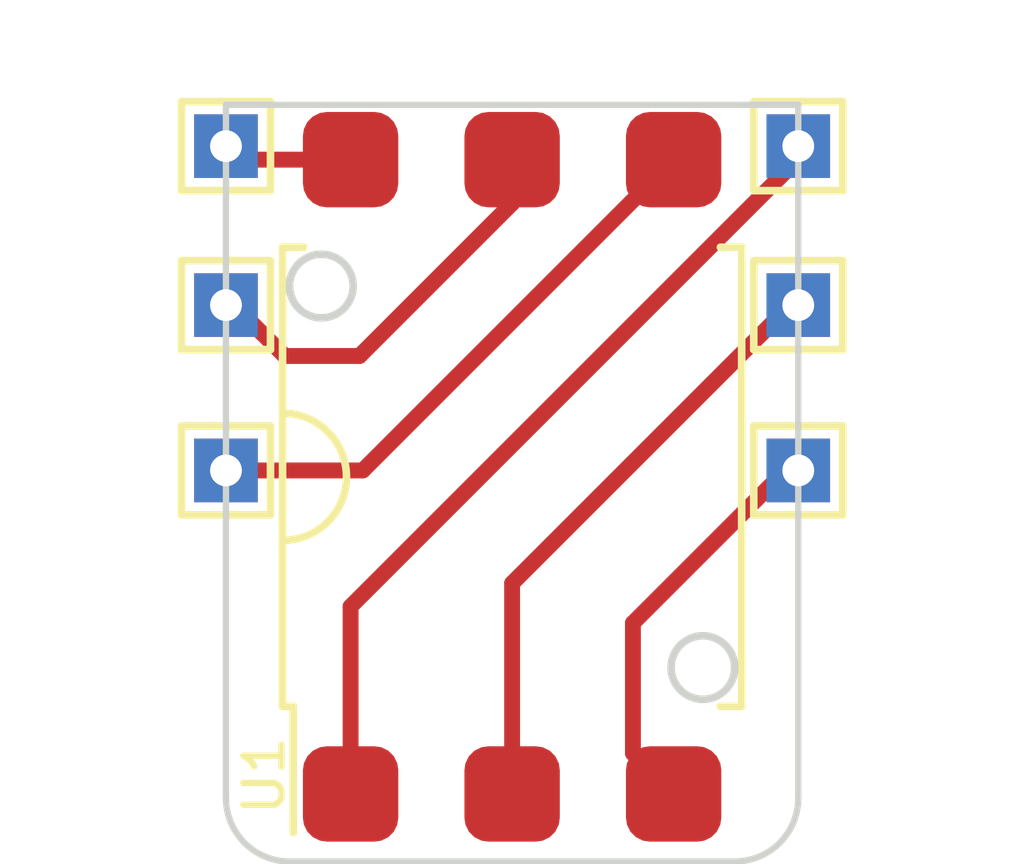
<source format=kicad_pcb>
(kicad_pcb (version 20221018) (generator pcbnew)
  (layers (0 "F.Cu" signal) (31 "B.Cu" signal) (34 "B.Paste" user) (35 "F.Paste" user) (36 "B.SilkS" user "B.Silkscreen") (37 "F.SilkS" user "F.Silkscreen") (38 "B.Mask" user) (39 "F.Mask" user) (44 "Edge.Cuts" user))
  (net 0 "")
  (net 1 "Net-(TP2-Pad1)")
  (net 2 "Net-(TP3-Pad1)")
  (net 3 "Net-(TP1-Pad1)")
  (net 4 "Net-(TP4-Pad1)")
  (net 5 "Net-(TP5-Pad1)")
  (net 6 "Net-(TP6-Pad1)")
  (footprint "TestPoint:TestPoint_THTPad_1.0x1.0mm_Drill0.5mm" (layer "F.Cu") (at 128.5 74.7)
    (fp_text reference "TP3" hide)
    (fp_text value "TestPoint")
    (fp_line (start -0.7 -0.7) (end 0.7 -0.7) (stroke (width 0.12)) (layer "F.SilkS"))
    (fp_line (start -0.7 0.7) (end -0.7 -0.7) (stroke (width 0.12)) (layer "F.SilkS"))
    (fp_line (start 0.7 -0.7) (end 0.7 0.7) (stroke (width 0.12)) (layer "F.SilkS"))
    (fp_line (start 0.7 0.7) (end -0.7 0.7) (stroke (width 0.12)) (layer "F.SilkS"))
    (pad "1" thru_hole rect (at 0 0) (size 1 1) (drill 0.5) (layers "*.Cu" "*.Mask") (net 2 "Net-(TP3-Pad1)"))
  )
  (footprint "TestPoint:TestPoint_THTPad_1.0x1.0mm_Drill0.5mm" (layer "F.Cu") (at 119.5 74.7)
    (fp_text reference "TP5" hide)
    (fp_text value "TestPoint")
    (fp_line (start -0.7 -0.7) (end 0.7 -0.7) (stroke (width 0.12)) (layer "F.SilkS"))
    (fp_line (start -0.7 0.7) (end -0.7 -0.7) (stroke (width 0.12)) (layer "F.SilkS"))
    (fp_line (start 0.7 -0.7) (end 0.7 0.7) (stroke (width 0.12)) (layer "F.SilkS"))
    (fp_line (start 0.7 0.7) (end -0.7 0.7) (stroke (width 0.12)) (layer "F.SilkS"))
    (pad "1" thru_hole rect (at 0 0) (size 1 1) (drill 0.5) (layers "*.Cu" "*.Mask") (net 5 "Net-(TP5-Pad1)"))
  )
  (footprint "TestPoint:TestPoint_THTPad_1.0x1.0mm_Drill0.5mm" (layer "F.Cu") (at 128.5 72.2)
    (fp_text reference "TP1" hide)
    (fp_text value "TestPoint")
    (fp_line (start -0.7 -0.7) (end 0.7 -0.7) (stroke (width 0.12)) (layer "F.SilkS"))
    (fp_line (start -0.7 0.7) (end -0.7 -0.7) (stroke (width 0.12)) (layer "F.SilkS"))
    (fp_line (start 0.7 -0.7) (end 0.7 0.7) (stroke (width 0.12)) (layer "F.SilkS"))
    (fp_line (start 0.7 0.7) (end -0.7 0.7) (stroke (width 0.12)) (layer "F.SilkS"))
    (pad "1" thru_hole rect (at 0 0) (size 1 1) (drill 0.5) (layers "*.Cu" "*.Mask") (net 3 "Net-(TP1-Pad1)"))
  )
  (footprint "TestPoint:TestPoint_THTPad_1.0x1.0mm_Drill0.5mm" (layer "F.Cu") (at 119.5 72.2)
    (fp_text reference "TP4" hide)
    (fp_text value "TestPoint")
    (fp_line (start -0.7 -0.7) (end 0.7 -0.7) (stroke (width 0.12)) (layer "F.SilkS"))
    (fp_line (start -0.7 0.7) (end -0.7 -0.7) (stroke (width 0.12)) (layer "F.SilkS"))
    (fp_line (start 0.7 -0.7) (end 0.7 0.7) (stroke (width 0.12)) (layer "F.SilkS"))
    (fp_line (start 0.7 0.7) (end -0.7 0.7) (stroke (width 0.12)) (layer "F.SilkS"))
    (pad "1" thru_hole rect (at 0 0) (size 1 1) (drill 0.5) (layers "*.Cu" "*.Mask") (net 4 "Net-(TP4-Pad1)"))
  )
  (footprint "index:SO-6_7x7mm_P2.54mm" (layer "F.Cu") (at 124 77.4 90)
    (fp_text reference "U1" (at -4.7 -3.9 90) (layer "F.SilkS") (effects (font (size 0.6 0.6) (thickness 0.1))))
    (fp_text value "XGZP")
    (fp_line (start -3.61 -3.61) (end -3.61 -3.4425) (stroke (width 0.12)) (layer "F.SilkS"))
    (fp_line (start -3.61 -3.4425) (end -5.6 -3.4425) (stroke (width 0.12)) (layer "F.SilkS"))
    (fp_line (start -3.61 3.61) (end -3.61 3.275) (stroke (width 0.12)) (layer "F.SilkS"))
    (fp_line (start 0 -3.61) (end -3.61 -3.61) (stroke (width 0.12)) (layer "F.SilkS"))
    (fp_line (start 0 -3.61) (end 3.61 -3.61) (stroke (width 0.12)) (layer "F.SilkS"))
    (fp_line (start 0 3.61) (end -3.61 3.61) (stroke (width 0.12)) (layer "F.SilkS"))
    (fp_line (start 0 3.61) (end 3.61 3.61) (stroke (width 0.12)) (layer "F.SilkS"))
    (fp_line (start 3.61 -3.61) (end 3.61 -3.275) (stroke (width 0.12)) (layer "F.SilkS"))
    (fp_line (start 3.61 3.61) (end 3.61 3.275) (stroke (width 0.12)) (layer "F.SilkS"))
    (fp_arc (start 1 -3.61) (mid 0.005 -2.610015) (end -0.99995 -3.6) (stroke (width 0.12)) (layer "F.SilkS"))
    (fp_circle (center -3 3) (end -2.5 3) (stroke (width 0.12)) (fill none) (layer "Edge.Cuts"))
    (fp_circle (center 3 -3) (end 3.5 -3) (stroke (width 0.12)) (fill none) (layer "Edge.Cuts"))
    (pad "1" smd roundrect (at 4.9875 -2.54 90) (size 1.5 1.5) (layers "F.Cu" "F.Paste" "F.Mask") (net 4 "Net-(TP4-Pad1)"))
    (pad "2" smd roundrect (at 4.9875 0 90) (size 1.5 1.5) (layers "F.Cu" "F.Paste" "F.Mask") (net 5 "Net-(TP5-Pad1)"))
    (pad "3" smd roundrect (at 4.9875 2.54 90) (size 1.5 1.5) (layers "F.Cu" "F.Paste" "F.Mask") (net 6 "Net-(TP6-Pad1)"))
    (pad "4" smd roundrect (at -4.9875 2.54 90) (size 1.5 1.5) (layers "F.Cu" "F.Paste" "F.Mask") (net 1 "Net-(TP2-Pad1)"))
    (pad "5" smd roundrect (at -4.9875 0 90) (size 1.5 1.5) (layers "F.Cu" "F.Paste" "F.Mask") (net 2 "Net-(TP3-Pad1)"))
    (pad "6" smd roundrect (at -4.9875 -2.54 90) (size 1.5 1.5) (layers "F.Cu" "F.Paste" "F.Mask") (net 3 "Net-(TP1-Pad1)"))
  )
  (footprint "TestPoint:TestPoint_THTPad_1.0x1.0mm_Drill0.5mm" (layer "F.Cu") (at 119.5 77.3)
    (fp_text reference "TP6" hide)
    (fp_text value "TestPoint")
    (fp_line (start -0.7 -0.7) (end 0.7 -0.7) (stroke (width 0.12)) (layer "F.SilkS"))
    (fp_line (start -0.7 0.7) (end -0.7 -0.7) (stroke (width 0.12)) (layer "F.SilkS"))
    (fp_line (start 0.7 -0.7) (end 0.7 0.7) (stroke (width 0.12)) (layer "F.SilkS"))
    (fp_line (start 0.7 0.7) (end -0.7 0.7) (stroke (width 0.12)) (layer "F.SilkS"))
    (pad "1" thru_hole rect (at 0 0) (size 1 1) (drill 0.5) (layers "*.Cu" "*.Mask") (net 6 "Net-(TP6-Pad1)"))
  )
  (footprint "TestPoint:TestPoint_THTPad_1.0x1.0mm_Drill0.5mm" (layer "F.Cu") (at 128.5 77.3)
    (fp_text reference "TP2" hide)
    (fp_text value "TestPoint")
    (fp_line (start -0.7 -0.7) (end 0.7 -0.7) (stroke (width 0.12)) (layer "F.SilkS"))
    (fp_line (start -0.7 0.7) (end -0.7 -0.7) (stroke (width 0.12)) (layer "F.SilkS"))
    (fp_line (start 0.7 -0.7) (end 0.7 0.7) (stroke (width 0.12)) (layer "F.SilkS"))
    (fp_line (start 0.7 0.7) (end -0.7 0.7) (stroke (width 0.12)) (layer "F.SilkS"))
    (pad "1" thru_hole rect (at 0 0) (size 1 1) (drill 0.5) (layers "*.Cu" "*.Mask") (net 1 "Net-(TP2-Pad1)"))
  )
  (gr_line (start 119.5 71.55) (end 119.5 82.45) (stroke (width 0.1)) (layer "Edge.Cuts"))
  (gr_line (start 128.5 71.55) (end 119.5 71.55) (stroke (width 0.1)) (layer "Edge.Cuts"))
  (gr_line (start 120.5 83.45) (end 127.5 83.45) (stroke (width 0.1)) (layer "Edge.Cuts"))
  (gr_line (start 128.5 82.45) (end 128.5 71.55) (stroke (width 0.1)) (layer "Edge.Cuts"))
  (gr_arc (start 128.5 82.45) (mid 128.207107 83.157107) (end 127.5 83.45) (stroke (width 0.1)) (layer "Edge.Cuts"))
  (gr_arc (start 120.5 83.45) (mid 119.792893 83.157107) (end 119.5 82.45) (stroke (width 0.1)) (layer "Edge.Cuts"))
  (segment (start 125.9 79.7) (end 128.3 77.3) (width 0.25) (layer "F.Cu") (net 1))
  (segment (start 125.9 81.7475) (end 125.9 79.7) (width 0.25) (layer "F.Cu") (net 1))
  (segment (start 128.3 77.3) (end 128.37498 77.3) (width 0.25) (layer "F.Cu") (net 1))
  (segment (start 126.54 82.3875) (end 125.9 81.7475) (width 0.25) (layer "F.Cu") (net 1))
  (segment (start 124 79.07498) (end 128.37498 74.7) (width 0.25) (layer "F.Cu") (net 2))
  (segment (start 124 82.3875) (end 124 79.07498) (width 0.25) (layer "F.Cu") (net 2))
  (segment (start 128.37498 72.52502) (end 128.37498 72.2) (width 0.25) (layer "F.Cu") (net 3))
  (segment (start 121.46 79.44) (end 128.37498 72.52502) (width 0.25) (layer "F.Cu") (net 3))
  (segment (start 121.46 82.3875) (end 121.46 79.44) (width 0.25) (layer "F.Cu") (net 3))
  (segment (start 119.62502 72.32502) (end 119.62502 72.2) (width 0.25) (layer "F.Cu") (net 4))
  (segment (start 119.7125 72.4125) (end 119.62502 72.32502) (width 0.25) (layer "F.Cu") (net 4))
  (segment (start 121.46 72.4125) (end 119.7125 72.4125) (width 0.25) (layer "F.Cu") (net 4))
  (segment (start 121.6 75.5) (end 120.42502 75.5) (width 0.25) (layer "F.Cu") (net 5))
  (segment (start 120.42502 75.5) (end 119.62502 74.7) (width 0.25) (layer "F.Cu") (net 5))
  (segment (start 124 73.1) (end 121.6 75.5) (width 0.25) (layer "F.Cu") (net 5))
  (segment (start 124 72.4125) (end 124 73.1) (width 0.25) (layer "F.Cu") (net 5))
  (segment (start 126.54 72.4125) (end 121.6525 77.3) (width 0.25) (layer "F.Cu") (net 6))
  (segment (start 121.6525 77.3) (end 119.62502 77.3) (width 0.25) (layer "F.Cu") (net 6))
)
</source>
